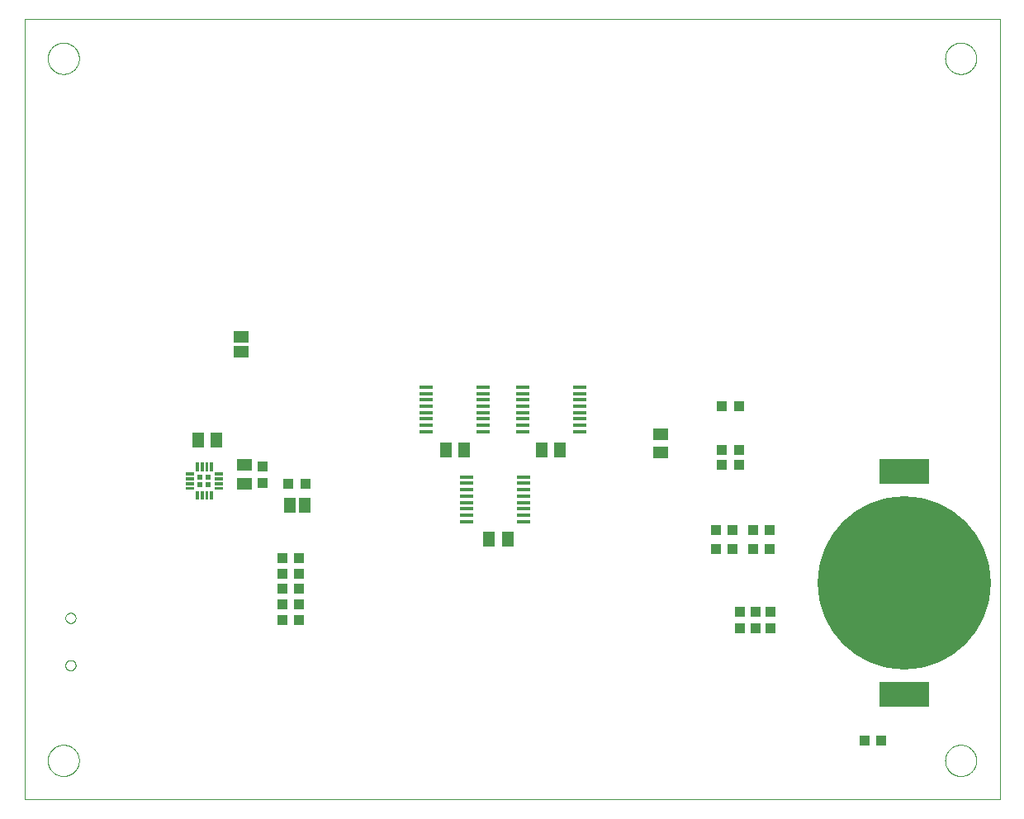
<source format=gbp>
G75*
%MOIN*%
%OFA0B0*%
%FSLAX25Y25*%
%IPPOS*%
%LPD*%
%AMOC8*
5,1,8,0,0,1.08239X$1,22.5*
%
%ADD10C,0.00000*%
%ADD11R,0.05906X0.05118*%
%ADD12R,0.04331X0.03937*%
%ADD13R,0.05118X0.05906*%
%ADD14R,0.05800X0.01400*%
%ADD15R,0.03937X0.04331*%
%ADD16R,0.02362X0.02362*%
%ADD17R,0.02364X0.02362*%
%ADD18R,0.02362X0.02366*%
%ADD19R,0.02362X0.02362*%
%ADD20C,0.00072*%
%ADD21R,0.04600X0.06300*%
%ADD22R,0.20000X0.10000*%
%ADD23C,0.70000*%
%ADD24R,0.06300X0.04600*%
D10*
X0146800Y0181800D02*
X0146800Y0496761D01*
X0540501Y0496761D01*
X0540501Y0181800D01*
X0146800Y0181800D01*
X0156249Y0197548D02*
X0156251Y0197706D01*
X0156257Y0197864D01*
X0156267Y0198022D01*
X0156281Y0198180D01*
X0156299Y0198337D01*
X0156320Y0198494D01*
X0156346Y0198650D01*
X0156376Y0198806D01*
X0156409Y0198961D01*
X0156447Y0199114D01*
X0156488Y0199267D01*
X0156533Y0199419D01*
X0156582Y0199570D01*
X0156635Y0199719D01*
X0156691Y0199867D01*
X0156751Y0200013D01*
X0156815Y0200158D01*
X0156883Y0200301D01*
X0156954Y0200443D01*
X0157028Y0200583D01*
X0157106Y0200720D01*
X0157188Y0200856D01*
X0157272Y0200990D01*
X0157361Y0201121D01*
X0157452Y0201250D01*
X0157547Y0201377D01*
X0157644Y0201502D01*
X0157745Y0201624D01*
X0157849Y0201743D01*
X0157956Y0201860D01*
X0158066Y0201974D01*
X0158179Y0202085D01*
X0158294Y0202194D01*
X0158412Y0202299D01*
X0158533Y0202401D01*
X0158656Y0202501D01*
X0158782Y0202597D01*
X0158910Y0202690D01*
X0159040Y0202780D01*
X0159173Y0202866D01*
X0159308Y0202950D01*
X0159444Y0203029D01*
X0159583Y0203106D01*
X0159724Y0203178D01*
X0159866Y0203248D01*
X0160010Y0203313D01*
X0160156Y0203375D01*
X0160303Y0203433D01*
X0160452Y0203488D01*
X0160602Y0203539D01*
X0160753Y0203586D01*
X0160905Y0203629D01*
X0161058Y0203668D01*
X0161213Y0203704D01*
X0161368Y0203735D01*
X0161524Y0203763D01*
X0161680Y0203787D01*
X0161837Y0203807D01*
X0161995Y0203823D01*
X0162152Y0203835D01*
X0162311Y0203843D01*
X0162469Y0203847D01*
X0162627Y0203847D01*
X0162785Y0203843D01*
X0162944Y0203835D01*
X0163101Y0203823D01*
X0163259Y0203807D01*
X0163416Y0203787D01*
X0163572Y0203763D01*
X0163728Y0203735D01*
X0163883Y0203704D01*
X0164038Y0203668D01*
X0164191Y0203629D01*
X0164343Y0203586D01*
X0164494Y0203539D01*
X0164644Y0203488D01*
X0164793Y0203433D01*
X0164940Y0203375D01*
X0165086Y0203313D01*
X0165230Y0203248D01*
X0165372Y0203178D01*
X0165513Y0203106D01*
X0165652Y0203029D01*
X0165788Y0202950D01*
X0165923Y0202866D01*
X0166056Y0202780D01*
X0166186Y0202690D01*
X0166314Y0202597D01*
X0166440Y0202501D01*
X0166563Y0202401D01*
X0166684Y0202299D01*
X0166802Y0202194D01*
X0166917Y0202085D01*
X0167030Y0201974D01*
X0167140Y0201860D01*
X0167247Y0201743D01*
X0167351Y0201624D01*
X0167452Y0201502D01*
X0167549Y0201377D01*
X0167644Y0201250D01*
X0167735Y0201121D01*
X0167824Y0200990D01*
X0167908Y0200856D01*
X0167990Y0200720D01*
X0168068Y0200583D01*
X0168142Y0200443D01*
X0168213Y0200301D01*
X0168281Y0200158D01*
X0168345Y0200013D01*
X0168405Y0199867D01*
X0168461Y0199719D01*
X0168514Y0199570D01*
X0168563Y0199419D01*
X0168608Y0199267D01*
X0168649Y0199114D01*
X0168687Y0198961D01*
X0168720Y0198806D01*
X0168750Y0198650D01*
X0168776Y0198494D01*
X0168797Y0198337D01*
X0168815Y0198180D01*
X0168829Y0198022D01*
X0168839Y0197864D01*
X0168845Y0197706D01*
X0168847Y0197548D01*
X0168845Y0197390D01*
X0168839Y0197232D01*
X0168829Y0197074D01*
X0168815Y0196916D01*
X0168797Y0196759D01*
X0168776Y0196602D01*
X0168750Y0196446D01*
X0168720Y0196290D01*
X0168687Y0196135D01*
X0168649Y0195982D01*
X0168608Y0195829D01*
X0168563Y0195677D01*
X0168514Y0195526D01*
X0168461Y0195377D01*
X0168405Y0195229D01*
X0168345Y0195083D01*
X0168281Y0194938D01*
X0168213Y0194795D01*
X0168142Y0194653D01*
X0168068Y0194513D01*
X0167990Y0194376D01*
X0167908Y0194240D01*
X0167824Y0194106D01*
X0167735Y0193975D01*
X0167644Y0193846D01*
X0167549Y0193719D01*
X0167452Y0193594D01*
X0167351Y0193472D01*
X0167247Y0193353D01*
X0167140Y0193236D01*
X0167030Y0193122D01*
X0166917Y0193011D01*
X0166802Y0192902D01*
X0166684Y0192797D01*
X0166563Y0192695D01*
X0166440Y0192595D01*
X0166314Y0192499D01*
X0166186Y0192406D01*
X0166056Y0192316D01*
X0165923Y0192230D01*
X0165788Y0192146D01*
X0165652Y0192067D01*
X0165513Y0191990D01*
X0165372Y0191918D01*
X0165230Y0191848D01*
X0165086Y0191783D01*
X0164940Y0191721D01*
X0164793Y0191663D01*
X0164644Y0191608D01*
X0164494Y0191557D01*
X0164343Y0191510D01*
X0164191Y0191467D01*
X0164038Y0191428D01*
X0163883Y0191392D01*
X0163728Y0191361D01*
X0163572Y0191333D01*
X0163416Y0191309D01*
X0163259Y0191289D01*
X0163101Y0191273D01*
X0162944Y0191261D01*
X0162785Y0191253D01*
X0162627Y0191249D01*
X0162469Y0191249D01*
X0162311Y0191253D01*
X0162152Y0191261D01*
X0161995Y0191273D01*
X0161837Y0191289D01*
X0161680Y0191309D01*
X0161524Y0191333D01*
X0161368Y0191361D01*
X0161213Y0191392D01*
X0161058Y0191428D01*
X0160905Y0191467D01*
X0160753Y0191510D01*
X0160602Y0191557D01*
X0160452Y0191608D01*
X0160303Y0191663D01*
X0160156Y0191721D01*
X0160010Y0191783D01*
X0159866Y0191848D01*
X0159724Y0191918D01*
X0159583Y0191990D01*
X0159444Y0192067D01*
X0159308Y0192146D01*
X0159173Y0192230D01*
X0159040Y0192316D01*
X0158910Y0192406D01*
X0158782Y0192499D01*
X0158656Y0192595D01*
X0158533Y0192695D01*
X0158412Y0192797D01*
X0158294Y0192902D01*
X0158179Y0193011D01*
X0158066Y0193122D01*
X0157956Y0193236D01*
X0157849Y0193353D01*
X0157745Y0193472D01*
X0157644Y0193594D01*
X0157547Y0193719D01*
X0157452Y0193846D01*
X0157361Y0193975D01*
X0157272Y0194106D01*
X0157188Y0194240D01*
X0157106Y0194376D01*
X0157028Y0194513D01*
X0156954Y0194653D01*
X0156883Y0194795D01*
X0156815Y0194938D01*
X0156751Y0195083D01*
X0156691Y0195229D01*
X0156635Y0195377D01*
X0156582Y0195526D01*
X0156533Y0195677D01*
X0156488Y0195829D01*
X0156447Y0195982D01*
X0156409Y0196135D01*
X0156376Y0196290D01*
X0156346Y0196446D01*
X0156320Y0196602D01*
X0156299Y0196759D01*
X0156281Y0196916D01*
X0156267Y0197074D01*
X0156257Y0197232D01*
X0156251Y0197390D01*
X0156249Y0197548D01*
X0163355Y0236003D02*
X0163357Y0236094D01*
X0163363Y0236184D01*
X0163373Y0236275D01*
X0163387Y0236364D01*
X0163405Y0236453D01*
X0163426Y0236542D01*
X0163452Y0236629D01*
X0163481Y0236715D01*
X0163515Y0236799D01*
X0163551Y0236882D01*
X0163592Y0236964D01*
X0163636Y0237043D01*
X0163683Y0237121D01*
X0163734Y0237196D01*
X0163788Y0237269D01*
X0163845Y0237339D01*
X0163905Y0237407D01*
X0163968Y0237473D01*
X0164034Y0237535D01*
X0164103Y0237594D01*
X0164174Y0237651D01*
X0164248Y0237704D01*
X0164324Y0237754D01*
X0164402Y0237801D01*
X0164482Y0237844D01*
X0164563Y0237883D01*
X0164647Y0237919D01*
X0164732Y0237951D01*
X0164818Y0237980D01*
X0164905Y0238004D01*
X0164994Y0238025D01*
X0165083Y0238042D01*
X0165173Y0238055D01*
X0165263Y0238064D01*
X0165354Y0238069D01*
X0165445Y0238070D01*
X0165535Y0238067D01*
X0165626Y0238060D01*
X0165716Y0238049D01*
X0165806Y0238034D01*
X0165895Y0238015D01*
X0165983Y0237993D01*
X0166069Y0237966D01*
X0166155Y0237936D01*
X0166239Y0237902D01*
X0166322Y0237864D01*
X0166403Y0237823D01*
X0166482Y0237778D01*
X0166559Y0237729D01*
X0166633Y0237678D01*
X0166706Y0237623D01*
X0166776Y0237565D01*
X0166843Y0237504D01*
X0166907Y0237440D01*
X0166969Y0237374D01*
X0167028Y0237304D01*
X0167083Y0237233D01*
X0167136Y0237158D01*
X0167185Y0237082D01*
X0167231Y0237004D01*
X0167273Y0236923D01*
X0167312Y0236841D01*
X0167347Y0236757D01*
X0167378Y0236672D01*
X0167405Y0236585D01*
X0167429Y0236498D01*
X0167449Y0236409D01*
X0167465Y0236320D01*
X0167477Y0236230D01*
X0167485Y0236139D01*
X0167489Y0236048D01*
X0167489Y0235958D01*
X0167485Y0235867D01*
X0167477Y0235776D01*
X0167465Y0235686D01*
X0167449Y0235597D01*
X0167429Y0235508D01*
X0167405Y0235421D01*
X0167378Y0235334D01*
X0167347Y0235249D01*
X0167312Y0235165D01*
X0167273Y0235083D01*
X0167231Y0235002D01*
X0167185Y0234924D01*
X0167136Y0234848D01*
X0167083Y0234773D01*
X0167028Y0234702D01*
X0166969Y0234632D01*
X0166907Y0234566D01*
X0166843Y0234502D01*
X0166776Y0234441D01*
X0166706Y0234383D01*
X0166633Y0234328D01*
X0166559Y0234277D01*
X0166482Y0234228D01*
X0166403Y0234183D01*
X0166322Y0234142D01*
X0166239Y0234104D01*
X0166155Y0234070D01*
X0166069Y0234040D01*
X0165983Y0234013D01*
X0165895Y0233991D01*
X0165806Y0233972D01*
X0165716Y0233957D01*
X0165626Y0233946D01*
X0165535Y0233939D01*
X0165445Y0233936D01*
X0165354Y0233937D01*
X0165263Y0233942D01*
X0165173Y0233951D01*
X0165083Y0233964D01*
X0164994Y0233981D01*
X0164905Y0234002D01*
X0164818Y0234026D01*
X0164732Y0234055D01*
X0164647Y0234087D01*
X0164563Y0234123D01*
X0164482Y0234162D01*
X0164402Y0234205D01*
X0164324Y0234252D01*
X0164248Y0234302D01*
X0164174Y0234355D01*
X0164103Y0234412D01*
X0164034Y0234471D01*
X0163968Y0234533D01*
X0163905Y0234599D01*
X0163845Y0234667D01*
X0163788Y0234737D01*
X0163734Y0234810D01*
X0163683Y0234885D01*
X0163636Y0234963D01*
X0163592Y0235042D01*
X0163551Y0235124D01*
X0163515Y0235207D01*
X0163481Y0235291D01*
X0163452Y0235377D01*
X0163426Y0235464D01*
X0163405Y0235553D01*
X0163387Y0235642D01*
X0163373Y0235731D01*
X0163363Y0235822D01*
X0163357Y0235912D01*
X0163355Y0236003D01*
X0163355Y0255097D02*
X0163357Y0255188D01*
X0163363Y0255278D01*
X0163373Y0255369D01*
X0163387Y0255458D01*
X0163405Y0255547D01*
X0163426Y0255636D01*
X0163452Y0255723D01*
X0163481Y0255809D01*
X0163515Y0255893D01*
X0163551Y0255976D01*
X0163592Y0256058D01*
X0163636Y0256137D01*
X0163683Y0256215D01*
X0163734Y0256290D01*
X0163788Y0256363D01*
X0163845Y0256433D01*
X0163905Y0256501D01*
X0163968Y0256567D01*
X0164034Y0256629D01*
X0164103Y0256688D01*
X0164174Y0256745D01*
X0164248Y0256798D01*
X0164324Y0256848D01*
X0164402Y0256895D01*
X0164482Y0256938D01*
X0164563Y0256977D01*
X0164647Y0257013D01*
X0164732Y0257045D01*
X0164818Y0257074D01*
X0164905Y0257098D01*
X0164994Y0257119D01*
X0165083Y0257136D01*
X0165173Y0257149D01*
X0165263Y0257158D01*
X0165354Y0257163D01*
X0165445Y0257164D01*
X0165535Y0257161D01*
X0165626Y0257154D01*
X0165716Y0257143D01*
X0165806Y0257128D01*
X0165895Y0257109D01*
X0165983Y0257087D01*
X0166069Y0257060D01*
X0166155Y0257030D01*
X0166239Y0256996D01*
X0166322Y0256958D01*
X0166403Y0256917D01*
X0166482Y0256872D01*
X0166559Y0256823D01*
X0166633Y0256772D01*
X0166706Y0256717D01*
X0166776Y0256659D01*
X0166843Y0256598D01*
X0166907Y0256534D01*
X0166969Y0256468D01*
X0167028Y0256398D01*
X0167083Y0256327D01*
X0167136Y0256252D01*
X0167185Y0256176D01*
X0167231Y0256098D01*
X0167273Y0256017D01*
X0167312Y0255935D01*
X0167347Y0255851D01*
X0167378Y0255766D01*
X0167405Y0255679D01*
X0167429Y0255592D01*
X0167449Y0255503D01*
X0167465Y0255414D01*
X0167477Y0255324D01*
X0167485Y0255233D01*
X0167489Y0255142D01*
X0167489Y0255052D01*
X0167485Y0254961D01*
X0167477Y0254870D01*
X0167465Y0254780D01*
X0167449Y0254691D01*
X0167429Y0254602D01*
X0167405Y0254515D01*
X0167378Y0254428D01*
X0167347Y0254343D01*
X0167312Y0254259D01*
X0167273Y0254177D01*
X0167231Y0254096D01*
X0167185Y0254018D01*
X0167136Y0253942D01*
X0167083Y0253867D01*
X0167028Y0253796D01*
X0166969Y0253726D01*
X0166907Y0253660D01*
X0166843Y0253596D01*
X0166776Y0253535D01*
X0166706Y0253477D01*
X0166633Y0253422D01*
X0166559Y0253371D01*
X0166482Y0253322D01*
X0166403Y0253277D01*
X0166322Y0253236D01*
X0166239Y0253198D01*
X0166155Y0253164D01*
X0166069Y0253134D01*
X0165983Y0253107D01*
X0165895Y0253085D01*
X0165806Y0253066D01*
X0165716Y0253051D01*
X0165626Y0253040D01*
X0165535Y0253033D01*
X0165445Y0253030D01*
X0165354Y0253031D01*
X0165263Y0253036D01*
X0165173Y0253045D01*
X0165083Y0253058D01*
X0164994Y0253075D01*
X0164905Y0253096D01*
X0164818Y0253120D01*
X0164732Y0253149D01*
X0164647Y0253181D01*
X0164563Y0253217D01*
X0164482Y0253256D01*
X0164402Y0253299D01*
X0164324Y0253346D01*
X0164248Y0253396D01*
X0164174Y0253449D01*
X0164103Y0253506D01*
X0164034Y0253565D01*
X0163968Y0253627D01*
X0163905Y0253693D01*
X0163845Y0253761D01*
X0163788Y0253831D01*
X0163734Y0253904D01*
X0163683Y0253979D01*
X0163636Y0254057D01*
X0163592Y0254136D01*
X0163551Y0254218D01*
X0163515Y0254301D01*
X0163481Y0254385D01*
X0163452Y0254471D01*
X0163426Y0254558D01*
X0163405Y0254647D01*
X0163387Y0254736D01*
X0163373Y0254825D01*
X0163363Y0254916D01*
X0163357Y0255006D01*
X0163355Y0255097D01*
X0156249Y0481013D02*
X0156251Y0481171D01*
X0156257Y0481329D01*
X0156267Y0481487D01*
X0156281Y0481645D01*
X0156299Y0481802D01*
X0156320Y0481959D01*
X0156346Y0482115D01*
X0156376Y0482271D01*
X0156409Y0482426D01*
X0156447Y0482579D01*
X0156488Y0482732D01*
X0156533Y0482884D01*
X0156582Y0483035D01*
X0156635Y0483184D01*
X0156691Y0483332D01*
X0156751Y0483478D01*
X0156815Y0483623D01*
X0156883Y0483766D01*
X0156954Y0483908D01*
X0157028Y0484048D01*
X0157106Y0484185D01*
X0157188Y0484321D01*
X0157272Y0484455D01*
X0157361Y0484586D01*
X0157452Y0484715D01*
X0157547Y0484842D01*
X0157644Y0484967D01*
X0157745Y0485089D01*
X0157849Y0485208D01*
X0157956Y0485325D01*
X0158066Y0485439D01*
X0158179Y0485550D01*
X0158294Y0485659D01*
X0158412Y0485764D01*
X0158533Y0485866D01*
X0158656Y0485966D01*
X0158782Y0486062D01*
X0158910Y0486155D01*
X0159040Y0486245D01*
X0159173Y0486331D01*
X0159308Y0486415D01*
X0159444Y0486494D01*
X0159583Y0486571D01*
X0159724Y0486643D01*
X0159866Y0486713D01*
X0160010Y0486778D01*
X0160156Y0486840D01*
X0160303Y0486898D01*
X0160452Y0486953D01*
X0160602Y0487004D01*
X0160753Y0487051D01*
X0160905Y0487094D01*
X0161058Y0487133D01*
X0161213Y0487169D01*
X0161368Y0487200D01*
X0161524Y0487228D01*
X0161680Y0487252D01*
X0161837Y0487272D01*
X0161995Y0487288D01*
X0162152Y0487300D01*
X0162311Y0487308D01*
X0162469Y0487312D01*
X0162627Y0487312D01*
X0162785Y0487308D01*
X0162944Y0487300D01*
X0163101Y0487288D01*
X0163259Y0487272D01*
X0163416Y0487252D01*
X0163572Y0487228D01*
X0163728Y0487200D01*
X0163883Y0487169D01*
X0164038Y0487133D01*
X0164191Y0487094D01*
X0164343Y0487051D01*
X0164494Y0487004D01*
X0164644Y0486953D01*
X0164793Y0486898D01*
X0164940Y0486840D01*
X0165086Y0486778D01*
X0165230Y0486713D01*
X0165372Y0486643D01*
X0165513Y0486571D01*
X0165652Y0486494D01*
X0165788Y0486415D01*
X0165923Y0486331D01*
X0166056Y0486245D01*
X0166186Y0486155D01*
X0166314Y0486062D01*
X0166440Y0485966D01*
X0166563Y0485866D01*
X0166684Y0485764D01*
X0166802Y0485659D01*
X0166917Y0485550D01*
X0167030Y0485439D01*
X0167140Y0485325D01*
X0167247Y0485208D01*
X0167351Y0485089D01*
X0167452Y0484967D01*
X0167549Y0484842D01*
X0167644Y0484715D01*
X0167735Y0484586D01*
X0167824Y0484455D01*
X0167908Y0484321D01*
X0167990Y0484185D01*
X0168068Y0484048D01*
X0168142Y0483908D01*
X0168213Y0483766D01*
X0168281Y0483623D01*
X0168345Y0483478D01*
X0168405Y0483332D01*
X0168461Y0483184D01*
X0168514Y0483035D01*
X0168563Y0482884D01*
X0168608Y0482732D01*
X0168649Y0482579D01*
X0168687Y0482426D01*
X0168720Y0482271D01*
X0168750Y0482115D01*
X0168776Y0481959D01*
X0168797Y0481802D01*
X0168815Y0481645D01*
X0168829Y0481487D01*
X0168839Y0481329D01*
X0168845Y0481171D01*
X0168847Y0481013D01*
X0168845Y0480855D01*
X0168839Y0480697D01*
X0168829Y0480539D01*
X0168815Y0480381D01*
X0168797Y0480224D01*
X0168776Y0480067D01*
X0168750Y0479911D01*
X0168720Y0479755D01*
X0168687Y0479600D01*
X0168649Y0479447D01*
X0168608Y0479294D01*
X0168563Y0479142D01*
X0168514Y0478991D01*
X0168461Y0478842D01*
X0168405Y0478694D01*
X0168345Y0478548D01*
X0168281Y0478403D01*
X0168213Y0478260D01*
X0168142Y0478118D01*
X0168068Y0477978D01*
X0167990Y0477841D01*
X0167908Y0477705D01*
X0167824Y0477571D01*
X0167735Y0477440D01*
X0167644Y0477311D01*
X0167549Y0477184D01*
X0167452Y0477059D01*
X0167351Y0476937D01*
X0167247Y0476818D01*
X0167140Y0476701D01*
X0167030Y0476587D01*
X0166917Y0476476D01*
X0166802Y0476367D01*
X0166684Y0476262D01*
X0166563Y0476160D01*
X0166440Y0476060D01*
X0166314Y0475964D01*
X0166186Y0475871D01*
X0166056Y0475781D01*
X0165923Y0475695D01*
X0165788Y0475611D01*
X0165652Y0475532D01*
X0165513Y0475455D01*
X0165372Y0475383D01*
X0165230Y0475313D01*
X0165086Y0475248D01*
X0164940Y0475186D01*
X0164793Y0475128D01*
X0164644Y0475073D01*
X0164494Y0475022D01*
X0164343Y0474975D01*
X0164191Y0474932D01*
X0164038Y0474893D01*
X0163883Y0474857D01*
X0163728Y0474826D01*
X0163572Y0474798D01*
X0163416Y0474774D01*
X0163259Y0474754D01*
X0163101Y0474738D01*
X0162944Y0474726D01*
X0162785Y0474718D01*
X0162627Y0474714D01*
X0162469Y0474714D01*
X0162311Y0474718D01*
X0162152Y0474726D01*
X0161995Y0474738D01*
X0161837Y0474754D01*
X0161680Y0474774D01*
X0161524Y0474798D01*
X0161368Y0474826D01*
X0161213Y0474857D01*
X0161058Y0474893D01*
X0160905Y0474932D01*
X0160753Y0474975D01*
X0160602Y0475022D01*
X0160452Y0475073D01*
X0160303Y0475128D01*
X0160156Y0475186D01*
X0160010Y0475248D01*
X0159866Y0475313D01*
X0159724Y0475383D01*
X0159583Y0475455D01*
X0159444Y0475532D01*
X0159308Y0475611D01*
X0159173Y0475695D01*
X0159040Y0475781D01*
X0158910Y0475871D01*
X0158782Y0475964D01*
X0158656Y0476060D01*
X0158533Y0476160D01*
X0158412Y0476262D01*
X0158294Y0476367D01*
X0158179Y0476476D01*
X0158066Y0476587D01*
X0157956Y0476701D01*
X0157849Y0476818D01*
X0157745Y0476937D01*
X0157644Y0477059D01*
X0157547Y0477184D01*
X0157452Y0477311D01*
X0157361Y0477440D01*
X0157272Y0477571D01*
X0157188Y0477705D01*
X0157106Y0477841D01*
X0157028Y0477978D01*
X0156954Y0478118D01*
X0156883Y0478260D01*
X0156815Y0478403D01*
X0156751Y0478548D01*
X0156691Y0478694D01*
X0156635Y0478842D01*
X0156582Y0478991D01*
X0156533Y0479142D01*
X0156488Y0479294D01*
X0156447Y0479447D01*
X0156409Y0479600D01*
X0156376Y0479755D01*
X0156346Y0479911D01*
X0156320Y0480067D01*
X0156299Y0480224D01*
X0156281Y0480381D01*
X0156267Y0480539D01*
X0156257Y0480697D01*
X0156251Y0480855D01*
X0156249Y0481013D01*
X0518454Y0481013D02*
X0518456Y0481171D01*
X0518462Y0481329D01*
X0518472Y0481487D01*
X0518486Y0481645D01*
X0518504Y0481802D01*
X0518525Y0481959D01*
X0518551Y0482115D01*
X0518581Y0482271D01*
X0518614Y0482426D01*
X0518652Y0482579D01*
X0518693Y0482732D01*
X0518738Y0482884D01*
X0518787Y0483035D01*
X0518840Y0483184D01*
X0518896Y0483332D01*
X0518956Y0483478D01*
X0519020Y0483623D01*
X0519088Y0483766D01*
X0519159Y0483908D01*
X0519233Y0484048D01*
X0519311Y0484185D01*
X0519393Y0484321D01*
X0519477Y0484455D01*
X0519566Y0484586D01*
X0519657Y0484715D01*
X0519752Y0484842D01*
X0519849Y0484967D01*
X0519950Y0485089D01*
X0520054Y0485208D01*
X0520161Y0485325D01*
X0520271Y0485439D01*
X0520384Y0485550D01*
X0520499Y0485659D01*
X0520617Y0485764D01*
X0520738Y0485866D01*
X0520861Y0485966D01*
X0520987Y0486062D01*
X0521115Y0486155D01*
X0521245Y0486245D01*
X0521378Y0486331D01*
X0521513Y0486415D01*
X0521649Y0486494D01*
X0521788Y0486571D01*
X0521929Y0486643D01*
X0522071Y0486713D01*
X0522215Y0486778D01*
X0522361Y0486840D01*
X0522508Y0486898D01*
X0522657Y0486953D01*
X0522807Y0487004D01*
X0522958Y0487051D01*
X0523110Y0487094D01*
X0523263Y0487133D01*
X0523418Y0487169D01*
X0523573Y0487200D01*
X0523729Y0487228D01*
X0523885Y0487252D01*
X0524042Y0487272D01*
X0524200Y0487288D01*
X0524357Y0487300D01*
X0524516Y0487308D01*
X0524674Y0487312D01*
X0524832Y0487312D01*
X0524990Y0487308D01*
X0525149Y0487300D01*
X0525306Y0487288D01*
X0525464Y0487272D01*
X0525621Y0487252D01*
X0525777Y0487228D01*
X0525933Y0487200D01*
X0526088Y0487169D01*
X0526243Y0487133D01*
X0526396Y0487094D01*
X0526548Y0487051D01*
X0526699Y0487004D01*
X0526849Y0486953D01*
X0526998Y0486898D01*
X0527145Y0486840D01*
X0527291Y0486778D01*
X0527435Y0486713D01*
X0527577Y0486643D01*
X0527718Y0486571D01*
X0527857Y0486494D01*
X0527993Y0486415D01*
X0528128Y0486331D01*
X0528261Y0486245D01*
X0528391Y0486155D01*
X0528519Y0486062D01*
X0528645Y0485966D01*
X0528768Y0485866D01*
X0528889Y0485764D01*
X0529007Y0485659D01*
X0529122Y0485550D01*
X0529235Y0485439D01*
X0529345Y0485325D01*
X0529452Y0485208D01*
X0529556Y0485089D01*
X0529657Y0484967D01*
X0529754Y0484842D01*
X0529849Y0484715D01*
X0529940Y0484586D01*
X0530029Y0484455D01*
X0530113Y0484321D01*
X0530195Y0484185D01*
X0530273Y0484048D01*
X0530347Y0483908D01*
X0530418Y0483766D01*
X0530486Y0483623D01*
X0530550Y0483478D01*
X0530610Y0483332D01*
X0530666Y0483184D01*
X0530719Y0483035D01*
X0530768Y0482884D01*
X0530813Y0482732D01*
X0530854Y0482579D01*
X0530892Y0482426D01*
X0530925Y0482271D01*
X0530955Y0482115D01*
X0530981Y0481959D01*
X0531002Y0481802D01*
X0531020Y0481645D01*
X0531034Y0481487D01*
X0531044Y0481329D01*
X0531050Y0481171D01*
X0531052Y0481013D01*
X0531050Y0480855D01*
X0531044Y0480697D01*
X0531034Y0480539D01*
X0531020Y0480381D01*
X0531002Y0480224D01*
X0530981Y0480067D01*
X0530955Y0479911D01*
X0530925Y0479755D01*
X0530892Y0479600D01*
X0530854Y0479447D01*
X0530813Y0479294D01*
X0530768Y0479142D01*
X0530719Y0478991D01*
X0530666Y0478842D01*
X0530610Y0478694D01*
X0530550Y0478548D01*
X0530486Y0478403D01*
X0530418Y0478260D01*
X0530347Y0478118D01*
X0530273Y0477978D01*
X0530195Y0477841D01*
X0530113Y0477705D01*
X0530029Y0477571D01*
X0529940Y0477440D01*
X0529849Y0477311D01*
X0529754Y0477184D01*
X0529657Y0477059D01*
X0529556Y0476937D01*
X0529452Y0476818D01*
X0529345Y0476701D01*
X0529235Y0476587D01*
X0529122Y0476476D01*
X0529007Y0476367D01*
X0528889Y0476262D01*
X0528768Y0476160D01*
X0528645Y0476060D01*
X0528519Y0475964D01*
X0528391Y0475871D01*
X0528261Y0475781D01*
X0528128Y0475695D01*
X0527993Y0475611D01*
X0527857Y0475532D01*
X0527718Y0475455D01*
X0527577Y0475383D01*
X0527435Y0475313D01*
X0527291Y0475248D01*
X0527145Y0475186D01*
X0526998Y0475128D01*
X0526849Y0475073D01*
X0526699Y0475022D01*
X0526548Y0474975D01*
X0526396Y0474932D01*
X0526243Y0474893D01*
X0526088Y0474857D01*
X0525933Y0474826D01*
X0525777Y0474798D01*
X0525621Y0474774D01*
X0525464Y0474754D01*
X0525306Y0474738D01*
X0525149Y0474726D01*
X0524990Y0474718D01*
X0524832Y0474714D01*
X0524674Y0474714D01*
X0524516Y0474718D01*
X0524357Y0474726D01*
X0524200Y0474738D01*
X0524042Y0474754D01*
X0523885Y0474774D01*
X0523729Y0474798D01*
X0523573Y0474826D01*
X0523418Y0474857D01*
X0523263Y0474893D01*
X0523110Y0474932D01*
X0522958Y0474975D01*
X0522807Y0475022D01*
X0522657Y0475073D01*
X0522508Y0475128D01*
X0522361Y0475186D01*
X0522215Y0475248D01*
X0522071Y0475313D01*
X0521929Y0475383D01*
X0521788Y0475455D01*
X0521649Y0475532D01*
X0521513Y0475611D01*
X0521378Y0475695D01*
X0521245Y0475781D01*
X0521115Y0475871D01*
X0520987Y0475964D01*
X0520861Y0476060D01*
X0520738Y0476160D01*
X0520617Y0476262D01*
X0520499Y0476367D01*
X0520384Y0476476D01*
X0520271Y0476587D01*
X0520161Y0476701D01*
X0520054Y0476818D01*
X0519950Y0476937D01*
X0519849Y0477059D01*
X0519752Y0477184D01*
X0519657Y0477311D01*
X0519566Y0477440D01*
X0519477Y0477571D01*
X0519393Y0477705D01*
X0519311Y0477841D01*
X0519233Y0477978D01*
X0519159Y0478118D01*
X0519088Y0478260D01*
X0519020Y0478403D01*
X0518956Y0478548D01*
X0518896Y0478694D01*
X0518840Y0478842D01*
X0518787Y0478991D01*
X0518738Y0479142D01*
X0518693Y0479294D01*
X0518652Y0479447D01*
X0518614Y0479600D01*
X0518581Y0479755D01*
X0518551Y0479911D01*
X0518525Y0480067D01*
X0518504Y0480224D01*
X0518486Y0480381D01*
X0518472Y0480539D01*
X0518462Y0480697D01*
X0518456Y0480855D01*
X0518454Y0481013D01*
X0518454Y0197548D02*
X0518456Y0197706D01*
X0518462Y0197864D01*
X0518472Y0198022D01*
X0518486Y0198180D01*
X0518504Y0198337D01*
X0518525Y0198494D01*
X0518551Y0198650D01*
X0518581Y0198806D01*
X0518614Y0198961D01*
X0518652Y0199114D01*
X0518693Y0199267D01*
X0518738Y0199419D01*
X0518787Y0199570D01*
X0518840Y0199719D01*
X0518896Y0199867D01*
X0518956Y0200013D01*
X0519020Y0200158D01*
X0519088Y0200301D01*
X0519159Y0200443D01*
X0519233Y0200583D01*
X0519311Y0200720D01*
X0519393Y0200856D01*
X0519477Y0200990D01*
X0519566Y0201121D01*
X0519657Y0201250D01*
X0519752Y0201377D01*
X0519849Y0201502D01*
X0519950Y0201624D01*
X0520054Y0201743D01*
X0520161Y0201860D01*
X0520271Y0201974D01*
X0520384Y0202085D01*
X0520499Y0202194D01*
X0520617Y0202299D01*
X0520738Y0202401D01*
X0520861Y0202501D01*
X0520987Y0202597D01*
X0521115Y0202690D01*
X0521245Y0202780D01*
X0521378Y0202866D01*
X0521513Y0202950D01*
X0521649Y0203029D01*
X0521788Y0203106D01*
X0521929Y0203178D01*
X0522071Y0203248D01*
X0522215Y0203313D01*
X0522361Y0203375D01*
X0522508Y0203433D01*
X0522657Y0203488D01*
X0522807Y0203539D01*
X0522958Y0203586D01*
X0523110Y0203629D01*
X0523263Y0203668D01*
X0523418Y0203704D01*
X0523573Y0203735D01*
X0523729Y0203763D01*
X0523885Y0203787D01*
X0524042Y0203807D01*
X0524200Y0203823D01*
X0524357Y0203835D01*
X0524516Y0203843D01*
X0524674Y0203847D01*
X0524832Y0203847D01*
X0524990Y0203843D01*
X0525149Y0203835D01*
X0525306Y0203823D01*
X0525464Y0203807D01*
X0525621Y0203787D01*
X0525777Y0203763D01*
X0525933Y0203735D01*
X0526088Y0203704D01*
X0526243Y0203668D01*
X0526396Y0203629D01*
X0526548Y0203586D01*
X0526699Y0203539D01*
X0526849Y0203488D01*
X0526998Y0203433D01*
X0527145Y0203375D01*
X0527291Y0203313D01*
X0527435Y0203248D01*
X0527577Y0203178D01*
X0527718Y0203106D01*
X0527857Y0203029D01*
X0527993Y0202950D01*
X0528128Y0202866D01*
X0528261Y0202780D01*
X0528391Y0202690D01*
X0528519Y0202597D01*
X0528645Y0202501D01*
X0528768Y0202401D01*
X0528889Y0202299D01*
X0529007Y0202194D01*
X0529122Y0202085D01*
X0529235Y0201974D01*
X0529345Y0201860D01*
X0529452Y0201743D01*
X0529556Y0201624D01*
X0529657Y0201502D01*
X0529754Y0201377D01*
X0529849Y0201250D01*
X0529940Y0201121D01*
X0530029Y0200990D01*
X0530113Y0200856D01*
X0530195Y0200720D01*
X0530273Y0200583D01*
X0530347Y0200443D01*
X0530418Y0200301D01*
X0530486Y0200158D01*
X0530550Y0200013D01*
X0530610Y0199867D01*
X0530666Y0199719D01*
X0530719Y0199570D01*
X0530768Y0199419D01*
X0530813Y0199267D01*
X0530854Y0199114D01*
X0530892Y0198961D01*
X0530925Y0198806D01*
X0530955Y0198650D01*
X0530981Y0198494D01*
X0531002Y0198337D01*
X0531020Y0198180D01*
X0531034Y0198022D01*
X0531044Y0197864D01*
X0531050Y0197706D01*
X0531052Y0197548D01*
X0531050Y0197390D01*
X0531044Y0197232D01*
X0531034Y0197074D01*
X0531020Y0196916D01*
X0531002Y0196759D01*
X0530981Y0196602D01*
X0530955Y0196446D01*
X0530925Y0196290D01*
X0530892Y0196135D01*
X0530854Y0195982D01*
X0530813Y0195829D01*
X0530768Y0195677D01*
X0530719Y0195526D01*
X0530666Y0195377D01*
X0530610Y0195229D01*
X0530550Y0195083D01*
X0530486Y0194938D01*
X0530418Y0194795D01*
X0530347Y0194653D01*
X0530273Y0194513D01*
X0530195Y0194376D01*
X0530113Y0194240D01*
X0530029Y0194106D01*
X0529940Y0193975D01*
X0529849Y0193846D01*
X0529754Y0193719D01*
X0529657Y0193594D01*
X0529556Y0193472D01*
X0529452Y0193353D01*
X0529345Y0193236D01*
X0529235Y0193122D01*
X0529122Y0193011D01*
X0529007Y0192902D01*
X0528889Y0192797D01*
X0528768Y0192695D01*
X0528645Y0192595D01*
X0528519Y0192499D01*
X0528391Y0192406D01*
X0528261Y0192316D01*
X0528128Y0192230D01*
X0527993Y0192146D01*
X0527857Y0192067D01*
X0527718Y0191990D01*
X0527577Y0191918D01*
X0527435Y0191848D01*
X0527291Y0191783D01*
X0527145Y0191721D01*
X0526998Y0191663D01*
X0526849Y0191608D01*
X0526699Y0191557D01*
X0526548Y0191510D01*
X0526396Y0191467D01*
X0526243Y0191428D01*
X0526088Y0191392D01*
X0525933Y0191361D01*
X0525777Y0191333D01*
X0525621Y0191309D01*
X0525464Y0191289D01*
X0525306Y0191273D01*
X0525149Y0191261D01*
X0524990Y0191253D01*
X0524832Y0191249D01*
X0524674Y0191249D01*
X0524516Y0191253D01*
X0524357Y0191261D01*
X0524200Y0191273D01*
X0524042Y0191289D01*
X0523885Y0191309D01*
X0523729Y0191333D01*
X0523573Y0191361D01*
X0523418Y0191392D01*
X0523263Y0191428D01*
X0523110Y0191467D01*
X0522958Y0191510D01*
X0522807Y0191557D01*
X0522657Y0191608D01*
X0522508Y0191663D01*
X0522361Y0191721D01*
X0522215Y0191783D01*
X0522071Y0191848D01*
X0521929Y0191918D01*
X0521788Y0191990D01*
X0521649Y0192067D01*
X0521513Y0192146D01*
X0521378Y0192230D01*
X0521245Y0192316D01*
X0521115Y0192406D01*
X0520987Y0192499D01*
X0520861Y0192595D01*
X0520738Y0192695D01*
X0520617Y0192797D01*
X0520499Y0192902D01*
X0520384Y0193011D01*
X0520271Y0193122D01*
X0520161Y0193236D01*
X0520054Y0193353D01*
X0519950Y0193472D01*
X0519849Y0193594D01*
X0519752Y0193719D01*
X0519657Y0193846D01*
X0519566Y0193975D01*
X0519477Y0194106D01*
X0519393Y0194240D01*
X0519311Y0194376D01*
X0519233Y0194513D01*
X0519159Y0194653D01*
X0519088Y0194795D01*
X0519020Y0194938D01*
X0518956Y0195083D01*
X0518896Y0195229D01*
X0518840Y0195377D01*
X0518787Y0195526D01*
X0518738Y0195677D01*
X0518693Y0195829D01*
X0518652Y0195982D01*
X0518614Y0196135D01*
X0518581Y0196290D01*
X0518551Y0196446D01*
X0518525Y0196602D01*
X0518504Y0196759D01*
X0518486Y0196916D01*
X0518472Y0197074D01*
X0518462Y0197232D01*
X0518456Y0197390D01*
X0518454Y0197548D01*
D11*
X0403675Y0321810D03*
X0403675Y0329290D03*
X0235550Y0316790D03*
X0235550Y0309310D03*
D12*
X0253454Y0309300D03*
X0260146Y0309300D03*
X0257646Y0279300D03*
X0257646Y0273050D03*
X0257646Y0266800D03*
X0257646Y0260550D03*
X0257646Y0254300D03*
X0250954Y0254300D03*
X0250954Y0260550D03*
X0250954Y0266800D03*
X0250954Y0273050D03*
X0250954Y0279300D03*
X0425954Y0283050D03*
X0432646Y0283050D03*
X0432646Y0290550D03*
X0425954Y0290550D03*
X0440954Y0290550D03*
X0447646Y0290550D03*
X0447646Y0283050D03*
X0440954Y0283050D03*
X0435146Y0316800D03*
X0435146Y0323050D03*
X0428454Y0323050D03*
X0428454Y0316800D03*
X0428454Y0340550D03*
X0435146Y0340550D03*
X0485954Y0205550D03*
X0492646Y0205550D03*
D13*
X0363040Y0323050D03*
X0355560Y0323050D03*
X0324290Y0323050D03*
X0316810Y0323050D03*
X0334310Y0286800D03*
X0341790Y0286800D03*
X0224290Y0326800D03*
X0216810Y0326800D03*
D14*
X0309050Y0330300D03*
X0309050Y0332900D03*
X0309050Y0335500D03*
X0309050Y0338000D03*
X0309050Y0340600D03*
X0309050Y0343100D03*
X0309050Y0345700D03*
X0309050Y0348300D03*
X0332050Y0348300D03*
X0332050Y0345700D03*
X0332050Y0343100D03*
X0332050Y0340600D03*
X0332050Y0338000D03*
X0332050Y0335500D03*
X0332050Y0332900D03*
X0332050Y0330300D03*
X0347800Y0330300D03*
X0347800Y0332900D03*
X0347800Y0335500D03*
X0347800Y0338000D03*
X0347800Y0340600D03*
X0347800Y0343100D03*
X0347800Y0345700D03*
X0347800Y0348300D03*
X0370800Y0348300D03*
X0370800Y0345700D03*
X0370800Y0343100D03*
X0370800Y0340600D03*
X0370800Y0338000D03*
X0370800Y0335500D03*
X0370800Y0332900D03*
X0370800Y0330300D03*
X0348300Y0312050D03*
X0348300Y0309450D03*
X0348300Y0306850D03*
X0348300Y0304350D03*
X0348300Y0301750D03*
X0348300Y0299250D03*
X0348300Y0296650D03*
X0348300Y0294050D03*
X0325300Y0294050D03*
X0325300Y0296650D03*
X0325300Y0299250D03*
X0325300Y0301750D03*
X0325300Y0304350D03*
X0325300Y0306850D03*
X0325300Y0309450D03*
X0325300Y0312050D03*
D15*
X0243050Y0309704D03*
X0243050Y0316396D03*
X0435550Y0257646D03*
X0441800Y0257646D03*
X0448050Y0257646D03*
X0448050Y0250954D03*
X0441800Y0250954D03*
X0435550Y0250954D03*
D16*
X0217784Y0312066D03*
D17*
X0220817Y0312066D03*
D18*
X0217784Y0309032D03*
D19*
X0220816Y0309034D03*
D20*
X0223489Y0310042D02*
X0226685Y0310042D01*
X0226685Y0309090D01*
X0223489Y0309090D01*
X0223489Y0310042D01*
X0223489Y0309161D02*
X0226685Y0309161D01*
X0226685Y0309232D02*
X0223489Y0309232D01*
X0223489Y0309303D02*
X0226685Y0309303D01*
X0226685Y0309374D02*
X0223489Y0309374D01*
X0223489Y0309445D02*
X0226685Y0309445D01*
X0226685Y0309516D02*
X0223489Y0309516D01*
X0223489Y0309587D02*
X0226685Y0309587D01*
X0226685Y0309658D02*
X0223489Y0309658D01*
X0223489Y0309729D02*
X0226685Y0309729D01*
X0226685Y0309800D02*
X0223489Y0309800D01*
X0223489Y0309871D02*
X0226685Y0309871D01*
X0226685Y0309942D02*
X0223489Y0309942D01*
X0223489Y0310013D02*
X0226685Y0310013D01*
X0226685Y0312010D02*
X0223489Y0312010D01*
X0226685Y0312010D02*
X0226685Y0311058D01*
X0223489Y0311058D01*
X0223489Y0312010D01*
X0223489Y0311129D02*
X0226685Y0311129D01*
X0226685Y0311200D02*
X0223489Y0311200D01*
X0223489Y0311271D02*
X0226685Y0311271D01*
X0226685Y0311342D02*
X0223489Y0311342D01*
X0223489Y0311413D02*
X0226685Y0311413D01*
X0226685Y0311484D02*
X0223489Y0311484D01*
X0223489Y0311555D02*
X0226685Y0311555D01*
X0226685Y0311626D02*
X0223489Y0311626D01*
X0223489Y0311697D02*
X0226685Y0311697D01*
X0226685Y0311768D02*
X0223489Y0311768D01*
X0223489Y0311839D02*
X0226685Y0311839D01*
X0226685Y0311910D02*
X0223489Y0311910D01*
X0223489Y0311981D02*
X0226685Y0311981D01*
X0226685Y0313979D02*
X0223489Y0313979D01*
X0226685Y0313979D02*
X0226685Y0313027D01*
X0223489Y0313027D01*
X0223489Y0313979D01*
X0223489Y0313098D02*
X0226685Y0313098D01*
X0226685Y0313169D02*
X0223489Y0313169D01*
X0223489Y0313240D02*
X0226685Y0313240D01*
X0226685Y0313311D02*
X0223489Y0313311D01*
X0223489Y0313382D02*
X0226685Y0313382D01*
X0226685Y0313453D02*
X0223489Y0313453D01*
X0223489Y0313524D02*
X0226685Y0313524D01*
X0226685Y0313595D02*
X0223489Y0313595D01*
X0223489Y0313666D02*
X0226685Y0313666D01*
X0226685Y0313737D02*
X0223489Y0313737D01*
X0223489Y0313808D02*
X0226685Y0313808D01*
X0226685Y0313879D02*
X0223489Y0313879D01*
X0223489Y0313950D02*
X0226685Y0313950D01*
X0221777Y0314739D02*
X0221777Y0317935D01*
X0222729Y0317935D01*
X0222729Y0314739D01*
X0221777Y0314739D01*
X0221777Y0314810D02*
X0222729Y0314810D01*
X0222729Y0314881D02*
X0221777Y0314881D01*
X0221777Y0314952D02*
X0222729Y0314952D01*
X0222729Y0315023D02*
X0221777Y0315023D01*
X0221777Y0315094D02*
X0222729Y0315094D01*
X0222729Y0315165D02*
X0221777Y0315165D01*
X0221777Y0315236D02*
X0222729Y0315236D01*
X0222729Y0315307D02*
X0221777Y0315307D01*
X0221777Y0315378D02*
X0222729Y0315378D01*
X0222729Y0315449D02*
X0221777Y0315449D01*
X0221777Y0315520D02*
X0222729Y0315520D01*
X0222729Y0315591D02*
X0221777Y0315591D01*
X0221777Y0315662D02*
X0222729Y0315662D01*
X0222729Y0315733D02*
X0221777Y0315733D01*
X0221777Y0315804D02*
X0222729Y0315804D01*
X0222729Y0315875D02*
X0221777Y0315875D01*
X0221777Y0315946D02*
X0222729Y0315946D01*
X0222729Y0316017D02*
X0221777Y0316017D01*
X0221777Y0316088D02*
X0222729Y0316088D01*
X0222729Y0316159D02*
X0221777Y0316159D01*
X0221777Y0316230D02*
X0222729Y0316230D01*
X0222729Y0316301D02*
X0221777Y0316301D01*
X0221777Y0316372D02*
X0222729Y0316372D01*
X0222729Y0316443D02*
X0221777Y0316443D01*
X0221777Y0316514D02*
X0222729Y0316514D01*
X0222729Y0316585D02*
X0221777Y0316585D01*
X0221777Y0316656D02*
X0222729Y0316656D01*
X0222729Y0316727D02*
X0221777Y0316727D01*
X0221777Y0316798D02*
X0222729Y0316798D01*
X0222729Y0316869D02*
X0221777Y0316869D01*
X0221777Y0316940D02*
X0222729Y0316940D01*
X0222729Y0317011D02*
X0221777Y0317011D01*
X0221777Y0317082D02*
X0222729Y0317082D01*
X0222729Y0317153D02*
X0221777Y0317153D01*
X0221777Y0317224D02*
X0222729Y0317224D01*
X0222729Y0317295D02*
X0221777Y0317295D01*
X0221777Y0317366D02*
X0222729Y0317366D01*
X0222729Y0317437D02*
X0221777Y0317437D01*
X0221777Y0317508D02*
X0222729Y0317508D01*
X0222729Y0317579D02*
X0221777Y0317579D01*
X0221777Y0317650D02*
X0222729Y0317650D01*
X0222729Y0317721D02*
X0221777Y0317721D01*
X0221777Y0317792D02*
X0222729Y0317792D01*
X0222729Y0317863D02*
X0221777Y0317863D01*
X0221777Y0317934D02*
X0222729Y0317934D01*
X0219808Y0317935D02*
X0219808Y0314739D01*
X0219808Y0317935D02*
X0220760Y0317935D01*
X0220760Y0314739D01*
X0219808Y0314739D01*
X0219808Y0314810D02*
X0220760Y0314810D01*
X0220760Y0314881D02*
X0219808Y0314881D01*
X0219808Y0314952D02*
X0220760Y0314952D01*
X0220760Y0315023D02*
X0219808Y0315023D01*
X0219808Y0315094D02*
X0220760Y0315094D01*
X0220760Y0315165D02*
X0219808Y0315165D01*
X0219808Y0315236D02*
X0220760Y0315236D01*
X0220760Y0315307D02*
X0219808Y0315307D01*
X0219808Y0315378D02*
X0220760Y0315378D01*
X0220760Y0315449D02*
X0219808Y0315449D01*
X0219808Y0315520D02*
X0220760Y0315520D01*
X0220760Y0315591D02*
X0219808Y0315591D01*
X0219808Y0315662D02*
X0220760Y0315662D01*
X0220760Y0315733D02*
X0219808Y0315733D01*
X0219808Y0315804D02*
X0220760Y0315804D01*
X0220760Y0315875D02*
X0219808Y0315875D01*
X0219808Y0315946D02*
X0220760Y0315946D01*
X0220760Y0316017D02*
X0219808Y0316017D01*
X0219808Y0316088D02*
X0220760Y0316088D01*
X0220760Y0316159D02*
X0219808Y0316159D01*
X0219808Y0316230D02*
X0220760Y0316230D01*
X0220760Y0316301D02*
X0219808Y0316301D01*
X0219808Y0316372D02*
X0220760Y0316372D01*
X0220760Y0316443D02*
X0219808Y0316443D01*
X0219808Y0316514D02*
X0220760Y0316514D01*
X0220760Y0316585D02*
X0219808Y0316585D01*
X0219808Y0316656D02*
X0220760Y0316656D01*
X0220760Y0316727D02*
X0219808Y0316727D01*
X0219808Y0316798D02*
X0220760Y0316798D01*
X0220760Y0316869D02*
X0219808Y0316869D01*
X0219808Y0316940D02*
X0220760Y0316940D01*
X0220760Y0317011D02*
X0219808Y0317011D01*
X0219808Y0317082D02*
X0220760Y0317082D01*
X0220760Y0317153D02*
X0219808Y0317153D01*
X0219808Y0317224D02*
X0220760Y0317224D01*
X0220760Y0317295D02*
X0219808Y0317295D01*
X0219808Y0317366D02*
X0220760Y0317366D01*
X0220760Y0317437D02*
X0219808Y0317437D01*
X0219808Y0317508D02*
X0220760Y0317508D01*
X0220760Y0317579D02*
X0219808Y0317579D01*
X0219808Y0317650D02*
X0220760Y0317650D01*
X0220760Y0317721D02*
X0219808Y0317721D01*
X0219808Y0317792D02*
X0220760Y0317792D01*
X0220760Y0317863D02*
X0219808Y0317863D01*
X0219808Y0317934D02*
X0220760Y0317934D01*
X0217840Y0317935D02*
X0217840Y0314739D01*
X0217840Y0317935D02*
X0218792Y0317935D01*
X0218792Y0314739D01*
X0217840Y0314739D01*
X0217840Y0314810D02*
X0218792Y0314810D01*
X0218792Y0314881D02*
X0217840Y0314881D01*
X0217840Y0314952D02*
X0218792Y0314952D01*
X0218792Y0315023D02*
X0217840Y0315023D01*
X0217840Y0315094D02*
X0218792Y0315094D01*
X0218792Y0315165D02*
X0217840Y0315165D01*
X0217840Y0315236D02*
X0218792Y0315236D01*
X0218792Y0315307D02*
X0217840Y0315307D01*
X0217840Y0315378D02*
X0218792Y0315378D01*
X0218792Y0315449D02*
X0217840Y0315449D01*
X0217840Y0315520D02*
X0218792Y0315520D01*
X0218792Y0315591D02*
X0217840Y0315591D01*
X0217840Y0315662D02*
X0218792Y0315662D01*
X0218792Y0315733D02*
X0217840Y0315733D01*
X0217840Y0315804D02*
X0218792Y0315804D01*
X0218792Y0315875D02*
X0217840Y0315875D01*
X0217840Y0315946D02*
X0218792Y0315946D01*
X0218792Y0316017D02*
X0217840Y0316017D01*
X0217840Y0316088D02*
X0218792Y0316088D01*
X0218792Y0316159D02*
X0217840Y0316159D01*
X0217840Y0316230D02*
X0218792Y0316230D01*
X0218792Y0316301D02*
X0217840Y0316301D01*
X0217840Y0316372D02*
X0218792Y0316372D01*
X0218792Y0316443D02*
X0217840Y0316443D01*
X0217840Y0316514D02*
X0218792Y0316514D01*
X0218792Y0316585D02*
X0217840Y0316585D01*
X0217840Y0316656D02*
X0218792Y0316656D01*
X0218792Y0316727D02*
X0217840Y0316727D01*
X0217840Y0316798D02*
X0218792Y0316798D01*
X0218792Y0316869D02*
X0217840Y0316869D01*
X0217840Y0316940D02*
X0218792Y0316940D01*
X0218792Y0317011D02*
X0217840Y0317011D01*
X0217840Y0317082D02*
X0218792Y0317082D01*
X0218792Y0317153D02*
X0217840Y0317153D01*
X0217840Y0317224D02*
X0218792Y0317224D01*
X0218792Y0317295D02*
X0217840Y0317295D01*
X0217840Y0317366D02*
X0218792Y0317366D01*
X0218792Y0317437D02*
X0217840Y0317437D01*
X0217840Y0317508D02*
X0218792Y0317508D01*
X0218792Y0317579D02*
X0217840Y0317579D01*
X0217840Y0317650D02*
X0218792Y0317650D01*
X0218792Y0317721D02*
X0217840Y0317721D01*
X0217840Y0317792D02*
X0218792Y0317792D01*
X0218792Y0317863D02*
X0217840Y0317863D01*
X0217840Y0317934D02*
X0218792Y0317934D01*
X0215871Y0317935D02*
X0215871Y0314739D01*
X0215871Y0317935D02*
X0216823Y0317935D01*
X0216823Y0314739D01*
X0215871Y0314739D01*
X0215871Y0314810D02*
X0216823Y0314810D01*
X0216823Y0314881D02*
X0215871Y0314881D01*
X0215871Y0314952D02*
X0216823Y0314952D01*
X0216823Y0315023D02*
X0215871Y0315023D01*
X0215871Y0315094D02*
X0216823Y0315094D01*
X0216823Y0315165D02*
X0215871Y0315165D01*
X0215871Y0315236D02*
X0216823Y0315236D01*
X0216823Y0315307D02*
X0215871Y0315307D01*
X0215871Y0315378D02*
X0216823Y0315378D01*
X0216823Y0315449D02*
X0215871Y0315449D01*
X0215871Y0315520D02*
X0216823Y0315520D01*
X0216823Y0315591D02*
X0215871Y0315591D01*
X0215871Y0315662D02*
X0216823Y0315662D01*
X0216823Y0315733D02*
X0215871Y0315733D01*
X0215871Y0315804D02*
X0216823Y0315804D01*
X0216823Y0315875D02*
X0215871Y0315875D01*
X0215871Y0315946D02*
X0216823Y0315946D01*
X0216823Y0316017D02*
X0215871Y0316017D01*
X0215871Y0316088D02*
X0216823Y0316088D01*
X0216823Y0316159D02*
X0215871Y0316159D01*
X0215871Y0316230D02*
X0216823Y0316230D01*
X0216823Y0316301D02*
X0215871Y0316301D01*
X0215871Y0316372D02*
X0216823Y0316372D01*
X0216823Y0316443D02*
X0215871Y0316443D01*
X0215871Y0316514D02*
X0216823Y0316514D01*
X0216823Y0316585D02*
X0215871Y0316585D01*
X0215871Y0316656D02*
X0216823Y0316656D01*
X0216823Y0316727D02*
X0215871Y0316727D01*
X0215871Y0316798D02*
X0216823Y0316798D01*
X0216823Y0316869D02*
X0215871Y0316869D01*
X0215871Y0316940D02*
X0216823Y0316940D01*
X0216823Y0317011D02*
X0215871Y0317011D01*
X0215871Y0317082D02*
X0216823Y0317082D01*
X0216823Y0317153D02*
X0215871Y0317153D01*
X0215871Y0317224D02*
X0216823Y0317224D01*
X0216823Y0317295D02*
X0215871Y0317295D01*
X0215871Y0317366D02*
X0216823Y0317366D01*
X0216823Y0317437D02*
X0215871Y0317437D01*
X0215871Y0317508D02*
X0216823Y0317508D01*
X0216823Y0317579D02*
X0215871Y0317579D01*
X0215871Y0317650D02*
X0216823Y0317650D01*
X0216823Y0317721D02*
X0215871Y0317721D01*
X0215871Y0317792D02*
X0216823Y0317792D01*
X0216823Y0317863D02*
X0215871Y0317863D01*
X0215871Y0317934D02*
X0216823Y0317934D01*
X0215111Y0313027D02*
X0211915Y0313027D01*
X0211915Y0313979D01*
X0215111Y0313979D01*
X0215111Y0313027D01*
X0215111Y0313098D02*
X0211915Y0313098D01*
X0211915Y0313169D02*
X0215111Y0313169D01*
X0215111Y0313240D02*
X0211915Y0313240D01*
X0211915Y0313311D02*
X0215111Y0313311D01*
X0215111Y0313382D02*
X0211915Y0313382D01*
X0211915Y0313453D02*
X0215111Y0313453D01*
X0215111Y0313524D02*
X0211915Y0313524D01*
X0211915Y0313595D02*
X0215111Y0313595D01*
X0215111Y0313666D02*
X0211915Y0313666D01*
X0211915Y0313737D02*
X0215111Y0313737D01*
X0215111Y0313808D02*
X0211915Y0313808D01*
X0211915Y0313879D02*
X0215111Y0313879D01*
X0215111Y0313950D02*
X0211915Y0313950D01*
X0211915Y0311058D02*
X0215111Y0311058D01*
X0211915Y0311058D02*
X0211915Y0312010D01*
X0215111Y0312010D01*
X0215111Y0311058D01*
X0215111Y0311129D02*
X0211915Y0311129D01*
X0211915Y0311200D02*
X0215111Y0311200D01*
X0215111Y0311271D02*
X0211915Y0311271D01*
X0211915Y0311342D02*
X0215111Y0311342D01*
X0215111Y0311413D02*
X0211915Y0311413D01*
X0211915Y0311484D02*
X0215111Y0311484D01*
X0215111Y0311555D02*
X0211915Y0311555D01*
X0211915Y0311626D02*
X0215111Y0311626D01*
X0215111Y0311697D02*
X0211915Y0311697D01*
X0211915Y0311768D02*
X0215111Y0311768D01*
X0215111Y0311839D02*
X0211915Y0311839D01*
X0211915Y0311910D02*
X0215111Y0311910D01*
X0215111Y0311981D02*
X0211915Y0311981D01*
X0211915Y0309090D02*
X0215111Y0309090D01*
X0211915Y0309090D02*
X0211915Y0310042D01*
X0215111Y0310042D01*
X0215111Y0309090D01*
X0215111Y0309161D02*
X0211915Y0309161D01*
X0211915Y0309232D02*
X0215111Y0309232D01*
X0215111Y0309303D02*
X0211915Y0309303D01*
X0211915Y0309374D02*
X0215111Y0309374D01*
X0215111Y0309445D02*
X0211915Y0309445D01*
X0211915Y0309516D02*
X0215111Y0309516D01*
X0215111Y0309587D02*
X0211915Y0309587D01*
X0211915Y0309658D02*
X0215111Y0309658D01*
X0215111Y0309729D02*
X0211915Y0309729D01*
X0211915Y0309800D02*
X0215111Y0309800D01*
X0215111Y0309871D02*
X0211915Y0309871D01*
X0211915Y0309942D02*
X0215111Y0309942D01*
X0215111Y0310013D02*
X0211915Y0310013D01*
X0211915Y0307121D02*
X0215111Y0307121D01*
X0211915Y0307121D02*
X0211915Y0308073D01*
X0215111Y0308073D01*
X0215111Y0307121D01*
X0215111Y0307192D02*
X0211915Y0307192D01*
X0211915Y0307263D02*
X0215111Y0307263D01*
X0215111Y0307334D02*
X0211915Y0307334D01*
X0211915Y0307405D02*
X0215111Y0307405D01*
X0215111Y0307476D02*
X0211915Y0307476D01*
X0211915Y0307547D02*
X0215111Y0307547D01*
X0215111Y0307618D02*
X0211915Y0307618D01*
X0211915Y0307689D02*
X0215111Y0307689D01*
X0215111Y0307760D02*
X0211915Y0307760D01*
X0211915Y0307831D02*
X0215111Y0307831D01*
X0215111Y0307902D02*
X0211915Y0307902D01*
X0211915Y0307973D02*
X0215111Y0307973D01*
X0215111Y0308044D02*
X0211915Y0308044D01*
X0216823Y0306361D02*
X0216823Y0303165D01*
X0215871Y0303165D01*
X0215871Y0306361D01*
X0216823Y0306361D01*
X0216823Y0303236D02*
X0215871Y0303236D01*
X0215871Y0303307D02*
X0216823Y0303307D01*
X0216823Y0303378D02*
X0215871Y0303378D01*
X0215871Y0303449D02*
X0216823Y0303449D01*
X0216823Y0303520D02*
X0215871Y0303520D01*
X0215871Y0303591D02*
X0216823Y0303591D01*
X0216823Y0303662D02*
X0215871Y0303662D01*
X0215871Y0303733D02*
X0216823Y0303733D01*
X0216823Y0303804D02*
X0215871Y0303804D01*
X0215871Y0303875D02*
X0216823Y0303875D01*
X0216823Y0303946D02*
X0215871Y0303946D01*
X0215871Y0304017D02*
X0216823Y0304017D01*
X0216823Y0304088D02*
X0215871Y0304088D01*
X0215871Y0304159D02*
X0216823Y0304159D01*
X0216823Y0304230D02*
X0215871Y0304230D01*
X0215871Y0304301D02*
X0216823Y0304301D01*
X0216823Y0304372D02*
X0215871Y0304372D01*
X0215871Y0304443D02*
X0216823Y0304443D01*
X0216823Y0304514D02*
X0215871Y0304514D01*
X0215871Y0304585D02*
X0216823Y0304585D01*
X0216823Y0304656D02*
X0215871Y0304656D01*
X0215871Y0304727D02*
X0216823Y0304727D01*
X0216823Y0304798D02*
X0215871Y0304798D01*
X0215871Y0304869D02*
X0216823Y0304869D01*
X0216823Y0304940D02*
X0215871Y0304940D01*
X0215871Y0305011D02*
X0216823Y0305011D01*
X0216823Y0305082D02*
X0215871Y0305082D01*
X0215871Y0305153D02*
X0216823Y0305153D01*
X0216823Y0305224D02*
X0215871Y0305224D01*
X0215871Y0305295D02*
X0216823Y0305295D01*
X0216823Y0305366D02*
X0215871Y0305366D01*
X0215871Y0305437D02*
X0216823Y0305437D01*
X0216823Y0305508D02*
X0215871Y0305508D01*
X0215871Y0305579D02*
X0216823Y0305579D01*
X0216823Y0305650D02*
X0215871Y0305650D01*
X0215871Y0305721D02*
X0216823Y0305721D01*
X0216823Y0305792D02*
X0215871Y0305792D01*
X0215871Y0305863D02*
X0216823Y0305863D01*
X0216823Y0305934D02*
X0215871Y0305934D01*
X0215871Y0306005D02*
X0216823Y0306005D01*
X0216823Y0306076D02*
X0215871Y0306076D01*
X0215871Y0306147D02*
X0216823Y0306147D01*
X0216823Y0306218D02*
X0215871Y0306218D01*
X0215871Y0306289D02*
X0216823Y0306289D01*
X0216823Y0306360D02*
X0215871Y0306360D01*
X0218792Y0306361D02*
X0218792Y0303165D01*
X0217840Y0303165D01*
X0217840Y0306361D01*
X0218792Y0306361D01*
X0218792Y0303236D02*
X0217840Y0303236D01*
X0217840Y0303307D02*
X0218792Y0303307D01*
X0218792Y0303378D02*
X0217840Y0303378D01*
X0217840Y0303449D02*
X0218792Y0303449D01*
X0218792Y0303520D02*
X0217840Y0303520D01*
X0217840Y0303591D02*
X0218792Y0303591D01*
X0218792Y0303662D02*
X0217840Y0303662D01*
X0217840Y0303733D02*
X0218792Y0303733D01*
X0218792Y0303804D02*
X0217840Y0303804D01*
X0217840Y0303875D02*
X0218792Y0303875D01*
X0218792Y0303946D02*
X0217840Y0303946D01*
X0217840Y0304017D02*
X0218792Y0304017D01*
X0218792Y0304088D02*
X0217840Y0304088D01*
X0217840Y0304159D02*
X0218792Y0304159D01*
X0218792Y0304230D02*
X0217840Y0304230D01*
X0217840Y0304301D02*
X0218792Y0304301D01*
X0218792Y0304372D02*
X0217840Y0304372D01*
X0217840Y0304443D02*
X0218792Y0304443D01*
X0218792Y0304514D02*
X0217840Y0304514D01*
X0217840Y0304585D02*
X0218792Y0304585D01*
X0218792Y0304656D02*
X0217840Y0304656D01*
X0217840Y0304727D02*
X0218792Y0304727D01*
X0218792Y0304798D02*
X0217840Y0304798D01*
X0217840Y0304869D02*
X0218792Y0304869D01*
X0218792Y0304940D02*
X0217840Y0304940D01*
X0217840Y0305011D02*
X0218792Y0305011D01*
X0218792Y0305082D02*
X0217840Y0305082D01*
X0217840Y0305153D02*
X0218792Y0305153D01*
X0218792Y0305224D02*
X0217840Y0305224D01*
X0217840Y0305295D02*
X0218792Y0305295D01*
X0218792Y0305366D02*
X0217840Y0305366D01*
X0217840Y0305437D02*
X0218792Y0305437D01*
X0218792Y0305508D02*
X0217840Y0305508D01*
X0217840Y0305579D02*
X0218792Y0305579D01*
X0218792Y0305650D02*
X0217840Y0305650D01*
X0217840Y0305721D02*
X0218792Y0305721D01*
X0218792Y0305792D02*
X0217840Y0305792D01*
X0217840Y0305863D02*
X0218792Y0305863D01*
X0218792Y0305934D02*
X0217840Y0305934D01*
X0217840Y0306005D02*
X0218792Y0306005D01*
X0218792Y0306076D02*
X0217840Y0306076D01*
X0217840Y0306147D02*
X0218792Y0306147D01*
X0218792Y0306218D02*
X0217840Y0306218D01*
X0217840Y0306289D02*
X0218792Y0306289D01*
X0218792Y0306360D02*
X0217840Y0306360D01*
X0220760Y0306361D02*
X0220760Y0303165D01*
X0219808Y0303165D01*
X0219808Y0306361D01*
X0220760Y0306361D01*
X0220760Y0303236D02*
X0219808Y0303236D01*
X0219808Y0303307D02*
X0220760Y0303307D01*
X0220760Y0303378D02*
X0219808Y0303378D01*
X0219808Y0303449D02*
X0220760Y0303449D01*
X0220760Y0303520D02*
X0219808Y0303520D01*
X0219808Y0303591D02*
X0220760Y0303591D01*
X0220760Y0303662D02*
X0219808Y0303662D01*
X0219808Y0303733D02*
X0220760Y0303733D01*
X0220760Y0303804D02*
X0219808Y0303804D01*
X0219808Y0303875D02*
X0220760Y0303875D01*
X0220760Y0303946D02*
X0219808Y0303946D01*
X0219808Y0304017D02*
X0220760Y0304017D01*
X0220760Y0304088D02*
X0219808Y0304088D01*
X0219808Y0304159D02*
X0220760Y0304159D01*
X0220760Y0304230D02*
X0219808Y0304230D01*
X0219808Y0304301D02*
X0220760Y0304301D01*
X0220760Y0304372D02*
X0219808Y0304372D01*
X0219808Y0304443D02*
X0220760Y0304443D01*
X0220760Y0304514D02*
X0219808Y0304514D01*
X0219808Y0304585D02*
X0220760Y0304585D01*
X0220760Y0304656D02*
X0219808Y0304656D01*
X0219808Y0304727D02*
X0220760Y0304727D01*
X0220760Y0304798D02*
X0219808Y0304798D01*
X0219808Y0304869D02*
X0220760Y0304869D01*
X0220760Y0304940D02*
X0219808Y0304940D01*
X0219808Y0305011D02*
X0220760Y0305011D01*
X0220760Y0305082D02*
X0219808Y0305082D01*
X0219808Y0305153D02*
X0220760Y0305153D01*
X0220760Y0305224D02*
X0219808Y0305224D01*
X0219808Y0305295D02*
X0220760Y0305295D01*
X0220760Y0305366D02*
X0219808Y0305366D01*
X0219808Y0305437D02*
X0220760Y0305437D01*
X0220760Y0305508D02*
X0219808Y0305508D01*
X0219808Y0305579D02*
X0220760Y0305579D01*
X0220760Y0305650D02*
X0219808Y0305650D01*
X0219808Y0305721D02*
X0220760Y0305721D01*
X0220760Y0305792D02*
X0219808Y0305792D01*
X0219808Y0305863D02*
X0220760Y0305863D01*
X0220760Y0305934D02*
X0219808Y0305934D01*
X0219808Y0306005D02*
X0220760Y0306005D01*
X0220760Y0306076D02*
X0219808Y0306076D01*
X0219808Y0306147D02*
X0220760Y0306147D01*
X0220760Y0306218D02*
X0219808Y0306218D01*
X0219808Y0306289D02*
X0220760Y0306289D01*
X0220760Y0306360D02*
X0219808Y0306360D01*
X0222729Y0306361D02*
X0222729Y0303165D01*
X0221777Y0303165D01*
X0221777Y0306361D01*
X0222729Y0306361D01*
X0222729Y0303236D02*
X0221777Y0303236D01*
X0221777Y0303307D02*
X0222729Y0303307D01*
X0222729Y0303378D02*
X0221777Y0303378D01*
X0221777Y0303449D02*
X0222729Y0303449D01*
X0222729Y0303520D02*
X0221777Y0303520D01*
X0221777Y0303591D02*
X0222729Y0303591D01*
X0222729Y0303662D02*
X0221777Y0303662D01*
X0221777Y0303733D02*
X0222729Y0303733D01*
X0222729Y0303804D02*
X0221777Y0303804D01*
X0221777Y0303875D02*
X0222729Y0303875D01*
X0222729Y0303946D02*
X0221777Y0303946D01*
X0221777Y0304017D02*
X0222729Y0304017D01*
X0222729Y0304088D02*
X0221777Y0304088D01*
X0221777Y0304159D02*
X0222729Y0304159D01*
X0222729Y0304230D02*
X0221777Y0304230D01*
X0221777Y0304301D02*
X0222729Y0304301D01*
X0222729Y0304372D02*
X0221777Y0304372D01*
X0221777Y0304443D02*
X0222729Y0304443D01*
X0222729Y0304514D02*
X0221777Y0304514D01*
X0221777Y0304585D02*
X0222729Y0304585D01*
X0222729Y0304656D02*
X0221777Y0304656D01*
X0221777Y0304727D02*
X0222729Y0304727D01*
X0222729Y0304798D02*
X0221777Y0304798D01*
X0221777Y0304869D02*
X0222729Y0304869D01*
X0222729Y0304940D02*
X0221777Y0304940D01*
X0221777Y0305011D02*
X0222729Y0305011D01*
X0222729Y0305082D02*
X0221777Y0305082D01*
X0221777Y0305153D02*
X0222729Y0305153D01*
X0222729Y0305224D02*
X0221777Y0305224D01*
X0221777Y0305295D02*
X0222729Y0305295D01*
X0222729Y0305366D02*
X0221777Y0305366D01*
X0221777Y0305437D02*
X0222729Y0305437D01*
X0222729Y0305508D02*
X0221777Y0305508D01*
X0221777Y0305579D02*
X0222729Y0305579D01*
X0222729Y0305650D02*
X0221777Y0305650D01*
X0221777Y0305721D02*
X0222729Y0305721D01*
X0222729Y0305792D02*
X0221777Y0305792D01*
X0221777Y0305863D02*
X0222729Y0305863D01*
X0222729Y0305934D02*
X0221777Y0305934D01*
X0221777Y0306005D02*
X0222729Y0306005D01*
X0222729Y0306076D02*
X0221777Y0306076D01*
X0221777Y0306147D02*
X0222729Y0306147D01*
X0222729Y0306218D02*
X0221777Y0306218D01*
X0221777Y0306289D02*
X0222729Y0306289D01*
X0222729Y0306360D02*
X0221777Y0306360D01*
X0223489Y0308073D02*
X0226685Y0308073D01*
X0226685Y0307121D01*
X0223489Y0307121D01*
X0223489Y0308073D01*
X0223489Y0307192D02*
X0226685Y0307192D01*
X0226685Y0307263D02*
X0223489Y0307263D01*
X0223489Y0307334D02*
X0226685Y0307334D01*
X0226685Y0307405D02*
X0223489Y0307405D01*
X0223489Y0307476D02*
X0226685Y0307476D01*
X0226685Y0307547D02*
X0223489Y0307547D01*
X0223489Y0307618D02*
X0226685Y0307618D01*
X0226685Y0307689D02*
X0223489Y0307689D01*
X0223489Y0307760D02*
X0226685Y0307760D01*
X0226685Y0307831D02*
X0223489Y0307831D01*
X0223489Y0307902D02*
X0226685Y0307902D01*
X0226685Y0307973D02*
X0223489Y0307973D01*
X0223489Y0308044D02*
X0226685Y0308044D01*
D21*
X0253800Y0300550D03*
X0259800Y0300550D03*
D22*
X0501800Y0314300D03*
X0501800Y0224300D03*
D23*
X0501800Y0269300D03*
D24*
X0234300Y0362550D03*
X0234300Y0368550D03*
M02*

</source>
